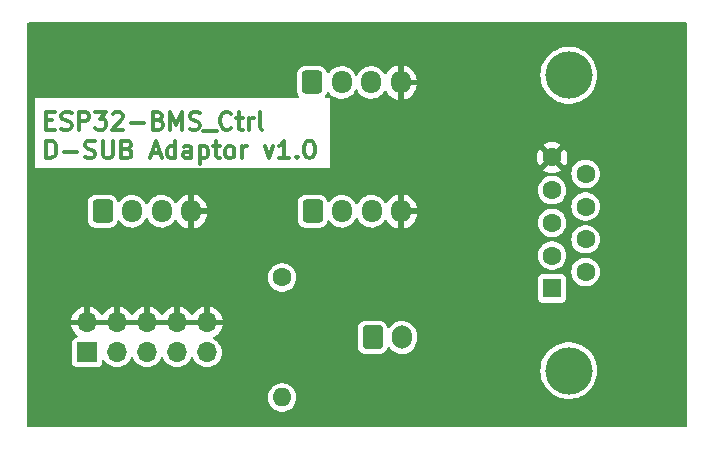
<source format=gtl>
G04 #@! TF.GenerationSoftware,KiCad,Pcbnew,7.0.1*
G04 #@! TF.CreationDate,2023-03-23T13:10:05+01:00*
G04 #@! TF.ProjectId,BMS_Ctrl_DE-9_Adaptor,424d535f-4374-4726-9c5f-44452d395f41,rev?*
G04 #@! TF.SameCoordinates,Original*
G04 #@! TF.FileFunction,Copper,L1,Top*
G04 #@! TF.FilePolarity,Positive*
%FSLAX46Y46*%
G04 Gerber Fmt 4.6, Leading zero omitted, Abs format (unit mm)*
G04 Created by KiCad (PCBNEW 7.0.1) date 2023-03-23 13:10:05*
%MOMM*%
%LPD*%
G01*
G04 APERTURE LIST*
G04 Aperture macros list*
%AMRoundRect*
0 Rectangle with rounded corners*
0 $1 Rounding radius*
0 $2 $3 $4 $5 $6 $7 $8 $9 X,Y pos of 4 corners*
0 Add a 4 corners polygon primitive as box body*
4,1,4,$2,$3,$4,$5,$6,$7,$8,$9,$2,$3,0*
0 Add four circle primitives for the rounded corners*
1,1,$1+$1,$2,$3*
1,1,$1+$1,$4,$5*
1,1,$1+$1,$6,$7*
1,1,$1+$1,$8,$9*
0 Add four rect primitives between the rounded corners*
20,1,$1+$1,$2,$3,$4,$5,0*
20,1,$1+$1,$4,$5,$6,$7,0*
20,1,$1+$1,$6,$7,$8,$9,0*
20,1,$1+$1,$8,$9,$2,$3,0*%
G04 Aperture macros list end*
%ADD10C,0.300000*%
G04 #@! TA.AperFunction,NonConductor*
%ADD11C,0.300000*%
G04 #@! TD*
G04 #@! TA.AperFunction,ComponentPad*
%ADD12C,4.000000*%
G04 #@! TD*
G04 #@! TA.AperFunction,ComponentPad*
%ADD13R,1.600000X1.600000*%
G04 #@! TD*
G04 #@! TA.AperFunction,ComponentPad*
%ADD14C,1.600000*%
G04 #@! TD*
G04 #@! TA.AperFunction,ComponentPad*
%ADD15RoundRect,0.250000X-0.600000X-0.725000X0.600000X-0.725000X0.600000X0.725000X-0.600000X0.725000X0*%
G04 #@! TD*
G04 #@! TA.AperFunction,ComponentPad*
%ADD16O,1.700000X1.950000*%
G04 #@! TD*
G04 #@! TA.AperFunction,ComponentPad*
%ADD17O,1.600000X1.600000*%
G04 #@! TD*
G04 #@! TA.AperFunction,ComponentPad*
%ADD18R,1.700000X1.700000*%
G04 #@! TD*
G04 #@! TA.AperFunction,ComponentPad*
%ADD19O,1.700000X1.700000*%
G04 #@! TD*
G04 #@! TA.AperFunction,ComponentPad*
%ADD20RoundRect,0.250000X-0.600000X-0.750000X0.600000X-0.750000X0.600000X0.750000X-0.600000X0.750000X0*%
G04 #@! TD*
G04 #@! TA.AperFunction,ComponentPad*
%ADD21O,1.700000X2.000000*%
G04 #@! TD*
G04 APERTURE END LIST*
D10*
D11*
X112117142Y-76864714D02*
X112617142Y-76864714D01*
X112831428Y-77650428D02*
X112117142Y-77650428D01*
X112117142Y-77650428D02*
X112117142Y-76150428D01*
X112117142Y-76150428D02*
X112831428Y-76150428D01*
X113402857Y-77579000D02*
X113617143Y-77650428D01*
X113617143Y-77650428D02*
X113974285Y-77650428D01*
X113974285Y-77650428D02*
X114117143Y-77579000D01*
X114117143Y-77579000D02*
X114188571Y-77507571D01*
X114188571Y-77507571D02*
X114260000Y-77364714D01*
X114260000Y-77364714D02*
X114260000Y-77221857D01*
X114260000Y-77221857D02*
X114188571Y-77079000D01*
X114188571Y-77079000D02*
X114117143Y-77007571D01*
X114117143Y-77007571D02*
X113974285Y-76936142D01*
X113974285Y-76936142D02*
X113688571Y-76864714D01*
X113688571Y-76864714D02*
X113545714Y-76793285D01*
X113545714Y-76793285D02*
X113474285Y-76721857D01*
X113474285Y-76721857D02*
X113402857Y-76579000D01*
X113402857Y-76579000D02*
X113402857Y-76436142D01*
X113402857Y-76436142D02*
X113474285Y-76293285D01*
X113474285Y-76293285D02*
X113545714Y-76221857D01*
X113545714Y-76221857D02*
X113688571Y-76150428D01*
X113688571Y-76150428D02*
X114045714Y-76150428D01*
X114045714Y-76150428D02*
X114260000Y-76221857D01*
X114902856Y-77650428D02*
X114902856Y-76150428D01*
X114902856Y-76150428D02*
X115474285Y-76150428D01*
X115474285Y-76150428D02*
X115617142Y-76221857D01*
X115617142Y-76221857D02*
X115688571Y-76293285D01*
X115688571Y-76293285D02*
X115759999Y-76436142D01*
X115759999Y-76436142D02*
X115759999Y-76650428D01*
X115759999Y-76650428D02*
X115688571Y-76793285D01*
X115688571Y-76793285D02*
X115617142Y-76864714D01*
X115617142Y-76864714D02*
X115474285Y-76936142D01*
X115474285Y-76936142D02*
X114902856Y-76936142D01*
X116259999Y-76150428D02*
X117188571Y-76150428D01*
X117188571Y-76150428D02*
X116688571Y-76721857D01*
X116688571Y-76721857D02*
X116902856Y-76721857D01*
X116902856Y-76721857D02*
X117045714Y-76793285D01*
X117045714Y-76793285D02*
X117117142Y-76864714D01*
X117117142Y-76864714D02*
X117188571Y-77007571D01*
X117188571Y-77007571D02*
X117188571Y-77364714D01*
X117188571Y-77364714D02*
X117117142Y-77507571D01*
X117117142Y-77507571D02*
X117045714Y-77579000D01*
X117045714Y-77579000D02*
X116902856Y-77650428D01*
X116902856Y-77650428D02*
X116474285Y-77650428D01*
X116474285Y-77650428D02*
X116331428Y-77579000D01*
X116331428Y-77579000D02*
X116259999Y-77507571D01*
X117759999Y-76293285D02*
X117831427Y-76221857D01*
X117831427Y-76221857D02*
X117974285Y-76150428D01*
X117974285Y-76150428D02*
X118331427Y-76150428D01*
X118331427Y-76150428D02*
X118474285Y-76221857D01*
X118474285Y-76221857D02*
X118545713Y-76293285D01*
X118545713Y-76293285D02*
X118617142Y-76436142D01*
X118617142Y-76436142D02*
X118617142Y-76579000D01*
X118617142Y-76579000D02*
X118545713Y-76793285D01*
X118545713Y-76793285D02*
X117688570Y-77650428D01*
X117688570Y-77650428D02*
X118617142Y-77650428D01*
X119259998Y-77079000D02*
X120402856Y-77079000D01*
X121617141Y-76864714D02*
X121831427Y-76936142D01*
X121831427Y-76936142D02*
X121902856Y-77007571D01*
X121902856Y-77007571D02*
X121974284Y-77150428D01*
X121974284Y-77150428D02*
X121974284Y-77364714D01*
X121974284Y-77364714D02*
X121902856Y-77507571D01*
X121902856Y-77507571D02*
X121831427Y-77579000D01*
X121831427Y-77579000D02*
X121688570Y-77650428D01*
X121688570Y-77650428D02*
X121117141Y-77650428D01*
X121117141Y-77650428D02*
X121117141Y-76150428D01*
X121117141Y-76150428D02*
X121617141Y-76150428D01*
X121617141Y-76150428D02*
X121759999Y-76221857D01*
X121759999Y-76221857D02*
X121831427Y-76293285D01*
X121831427Y-76293285D02*
X121902856Y-76436142D01*
X121902856Y-76436142D02*
X121902856Y-76579000D01*
X121902856Y-76579000D02*
X121831427Y-76721857D01*
X121831427Y-76721857D02*
X121759999Y-76793285D01*
X121759999Y-76793285D02*
X121617141Y-76864714D01*
X121617141Y-76864714D02*
X121117141Y-76864714D01*
X122617141Y-77650428D02*
X122617141Y-76150428D01*
X122617141Y-76150428D02*
X123117141Y-77221857D01*
X123117141Y-77221857D02*
X123617141Y-76150428D01*
X123617141Y-76150428D02*
X123617141Y-77650428D01*
X124259999Y-77579000D02*
X124474285Y-77650428D01*
X124474285Y-77650428D02*
X124831427Y-77650428D01*
X124831427Y-77650428D02*
X124974285Y-77579000D01*
X124974285Y-77579000D02*
X125045713Y-77507571D01*
X125045713Y-77507571D02*
X125117142Y-77364714D01*
X125117142Y-77364714D02*
X125117142Y-77221857D01*
X125117142Y-77221857D02*
X125045713Y-77079000D01*
X125045713Y-77079000D02*
X124974285Y-77007571D01*
X124974285Y-77007571D02*
X124831427Y-76936142D01*
X124831427Y-76936142D02*
X124545713Y-76864714D01*
X124545713Y-76864714D02*
X124402856Y-76793285D01*
X124402856Y-76793285D02*
X124331427Y-76721857D01*
X124331427Y-76721857D02*
X124259999Y-76579000D01*
X124259999Y-76579000D02*
X124259999Y-76436142D01*
X124259999Y-76436142D02*
X124331427Y-76293285D01*
X124331427Y-76293285D02*
X124402856Y-76221857D01*
X124402856Y-76221857D02*
X124545713Y-76150428D01*
X124545713Y-76150428D02*
X124902856Y-76150428D01*
X124902856Y-76150428D02*
X125117142Y-76221857D01*
X125402856Y-77793285D02*
X126545713Y-77793285D01*
X127759998Y-77507571D02*
X127688570Y-77579000D01*
X127688570Y-77579000D02*
X127474284Y-77650428D01*
X127474284Y-77650428D02*
X127331427Y-77650428D01*
X127331427Y-77650428D02*
X127117141Y-77579000D01*
X127117141Y-77579000D02*
X126974284Y-77436142D01*
X126974284Y-77436142D02*
X126902855Y-77293285D01*
X126902855Y-77293285D02*
X126831427Y-77007571D01*
X126831427Y-77007571D02*
X126831427Y-76793285D01*
X126831427Y-76793285D02*
X126902855Y-76507571D01*
X126902855Y-76507571D02*
X126974284Y-76364714D01*
X126974284Y-76364714D02*
X127117141Y-76221857D01*
X127117141Y-76221857D02*
X127331427Y-76150428D01*
X127331427Y-76150428D02*
X127474284Y-76150428D01*
X127474284Y-76150428D02*
X127688570Y-76221857D01*
X127688570Y-76221857D02*
X127759998Y-76293285D01*
X128188570Y-76650428D02*
X128759998Y-76650428D01*
X128402855Y-76150428D02*
X128402855Y-77436142D01*
X128402855Y-77436142D02*
X128474284Y-77579000D01*
X128474284Y-77579000D02*
X128617141Y-77650428D01*
X128617141Y-77650428D02*
X128759998Y-77650428D01*
X129259998Y-77650428D02*
X129259998Y-76650428D01*
X129259998Y-76936142D02*
X129331427Y-76793285D01*
X129331427Y-76793285D02*
X129402856Y-76721857D01*
X129402856Y-76721857D02*
X129545713Y-76650428D01*
X129545713Y-76650428D02*
X129688570Y-76650428D01*
X130402855Y-77650428D02*
X130259998Y-77579000D01*
X130259998Y-77579000D02*
X130188569Y-77436142D01*
X130188569Y-77436142D02*
X130188569Y-76150428D01*
X112117142Y-80080428D02*
X112117142Y-78580428D01*
X112117142Y-78580428D02*
X112474285Y-78580428D01*
X112474285Y-78580428D02*
X112688571Y-78651857D01*
X112688571Y-78651857D02*
X112831428Y-78794714D01*
X112831428Y-78794714D02*
X112902857Y-78937571D01*
X112902857Y-78937571D02*
X112974285Y-79223285D01*
X112974285Y-79223285D02*
X112974285Y-79437571D01*
X112974285Y-79437571D02*
X112902857Y-79723285D01*
X112902857Y-79723285D02*
X112831428Y-79866142D01*
X112831428Y-79866142D02*
X112688571Y-80009000D01*
X112688571Y-80009000D02*
X112474285Y-80080428D01*
X112474285Y-80080428D02*
X112117142Y-80080428D01*
X113617142Y-79509000D02*
X114760000Y-79509000D01*
X115402857Y-80009000D02*
X115617143Y-80080428D01*
X115617143Y-80080428D02*
X115974285Y-80080428D01*
X115974285Y-80080428D02*
X116117143Y-80009000D01*
X116117143Y-80009000D02*
X116188571Y-79937571D01*
X116188571Y-79937571D02*
X116260000Y-79794714D01*
X116260000Y-79794714D02*
X116260000Y-79651857D01*
X116260000Y-79651857D02*
X116188571Y-79509000D01*
X116188571Y-79509000D02*
X116117143Y-79437571D01*
X116117143Y-79437571D02*
X115974285Y-79366142D01*
X115974285Y-79366142D02*
X115688571Y-79294714D01*
X115688571Y-79294714D02*
X115545714Y-79223285D01*
X115545714Y-79223285D02*
X115474285Y-79151857D01*
X115474285Y-79151857D02*
X115402857Y-79009000D01*
X115402857Y-79009000D02*
X115402857Y-78866142D01*
X115402857Y-78866142D02*
X115474285Y-78723285D01*
X115474285Y-78723285D02*
X115545714Y-78651857D01*
X115545714Y-78651857D02*
X115688571Y-78580428D01*
X115688571Y-78580428D02*
X116045714Y-78580428D01*
X116045714Y-78580428D02*
X116260000Y-78651857D01*
X116902856Y-78580428D02*
X116902856Y-79794714D01*
X116902856Y-79794714D02*
X116974285Y-79937571D01*
X116974285Y-79937571D02*
X117045714Y-80009000D01*
X117045714Y-80009000D02*
X117188571Y-80080428D01*
X117188571Y-80080428D02*
X117474285Y-80080428D01*
X117474285Y-80080428D02*
X117617142Y-80009000D01*
X117617142Y-80009000D02*
X117688571Y-79937571D01*
X117688571Y-79937571D02*
X117759999Y-79794714D01*
X117759999Y-79794714D02*
X117759999Y-78580428D01*
X118974285Y-79294714D02*
X119188571Y-79366142D01*
X119188571Y-79366142D02*
X119260000Y-79437571D01*
X119260000Y-79437571D02*
X119331428Y-79580428D01*
X119331428Y-79580428D02*
X119331428Y-79794714D01*
X119331428Y-79794714D02*
X119260000Y-79937571D01*
X119260000Y-79937571D02*
X119188571Y-80009000D01*
X119188571Y-80009000D02*
X119045714Y-80080428D01*
X119045714Y-80080428D02*
X118474285Y-80080428D01*
X118474285Y-80080428D02*
X118474285Y-78580428D01*
X118474285Y-78580428D02*
X118974285Y-78580428D01*
X118974285Y-78580428D02*
X119117143Y-78651857D01*
X119117143Y-78651857D02*
X119188571Y-78723285D01*
X119188571Y-78723285D02*
X119260000Y-78866142D01*
X119260000Y-78866142D02*
X119260000Y-79009000D01*
X119260000Y-79009000D02*
X119188571Y-79151857D01*
X119188571Y-79151857D02*
X119117143Y-79223285D01*
X119117143Y-79223285D02*
X118974285Y-79294714D01*
X118974285Y-79294714D02*
X118474285Y-79294714D01*
X121045714Y-79651857D02*
X121760000Y-79651857D01*
X120902857Y-80080428D02*
X121402857Y-78580428D01*
X121402857Y-78580428D02*
X121902857Y-80080428D01*
X123045714Y-80080428D02*
X123045714Y-78580428D01*
X123045714Y-80009000D02*
X122902856Y-80080428D01*
X122902856Y-80080428D02*
X122617142Y-80080428D01*
X122617142Y-80080428D02*
X122474285Y-80009000D01*
X122474285Y-80009000D02*
X122402856Y-79937571D01*
X122402856Y-79937571D02*
X122331428Y-79794714D01*
X122331428Y-79794714D02*
X122331428Y-79366142D01*
X122331428Y-79366142D02*
X122402856Y-79223285D01*
X122402856Y-79223285D02*
X122474285Y-79151857D01*
X122474285Y-79151857D02*
X122617142Y-79080428D01*
X122617142Y-79080428D02*
X122902856Y-79080428D01*
X122902856Y-79080428D02*
X123045714Y-79151857D01*
X124402857Y-80080428D02*
X124402857Y-79294714D01*
X124402857Y-79294714D02*
X124331428Y-79151857D01*
X124331428Y-79151857D02*
X124188571Y-79080428D01*
X124188571Y-79080428D02*
X123902857Y-79080428D01*
X123902857Y-79080428D02*
X123759999Y-79151857D01*
X124402857Y-80009000D02*
X124259999Y-80080428D01*
X124259999Y-80080428D02*
X123902857Y-80080428D01*
X123902857Y-80080428D02*
X123759999Y-80009000D01*
X123759999Y-80009000D02*
X123688571Y-79866142D01*
X123688571Y-79866142D02*
X123688571Y-79723285D01*
X123688571Y-79723285D02*
X123759999Y-79580428D01*
X123759999Y-79580428D02*
X123902857Y-79509000D01*
X123902857Y-79509000D02*
X124259999Y-79509000D01*
X124259999Y-79509000D02*
X124402857Y-79437571D01*
X125117142Y-79080428D02*
X125117142Y-80580428D01*
X125117142Y-79151857D02*
X125260000Y-79080428D01*
X125260000Y-79080428D02*
X125545714Y-79080428D01*
X125545714Y-79080428D02*
X125688571Y-79151857D01*
X125688571Y-79151857D02*
X125760000Y-79223285D01*
X125760000Y-79223285D02*
X125831428Y-79366142D01*
X125831428Y-79366142D02*
X125831428Y-79794714D01*
X125831428Y-79794714D02*
X125760000Y-79937571D01*
X125760000Y-79937571D02*
X125688571Y-80009000D01*
X125688571Y-80009000D02*
X125545714Y-80080428D01*
X125545714Y-80080428D02*
X125260000Y-80080428D01*
X125260000Y-80080428D02*
X125117142Y-80009000D01*
X126260000Y-79080428D02*
X126831428Y-79080428D01*
X126474285Y-78580428D02*
X126474285Y-79866142D01*
X126474285Y-79866142D02*
X126545714Y-80009000D01*
X126545714Y-80009000D02*
X126688571Y-80080428D01*
X126688571Y-80080428D02*
X126831428Y-80080428D01*
X127545714Y-80080428D02*
X127402857Y-80009000D01*
X127402857Y-80009000D02*
X127331428Y-79937571D01*
X127331428Y-79937571D02*
X127260000Y-79794714D01*
X127260000Y-79794714D02*
X127260000Y-79366142D01*
X127260000Y-79366142D02*
X127331428Y-79223285D01*
X127331428Y-79223285D02*
X127402857Y-79151857D01*
X127402857Y-79151857D02*
X127545714Y-79080428D01*
X127545714Y-79080428D02*
X127760000Y-79080428D01*
X127760000Y-79080428D02*
X127902857Y-79151857D01*
X127902857Y-79151857D02*
X127974286Y-79223285D01*
X127974286Y-79223285D02*
X128045714Y-79366142D01*
X128045714Y-79366142D02*
X128045714Y-79794714D01*
X128045714Y-79794714D02*
X127974286Y-79937571D01*
X127974286Y-79937571D02*
X127902857Y-80009000D01*
X127902857Y-80009000D02*
X127760000Y-80080428D01*
X127760000Y-80080428D02*
X127545714Y-80080428D01*
X128688571Y-80080428D02*
X128688571Y-79080428D01*
X128688571Y-79366142D02*
X128760000Y-79223285D01*
X128760000Y-79223285D02*
X128831429Y-79151857D01*
X128831429Y-79151857D02*
X128974286Y-79080428D01*
X128974286Y-79080428D02*
X129117143Y-79080428D01*
X130617142Y-79080428D02*
X130974285Y-80080428D01*
X130974285Y-80080428D02*
X131331428Y-79080428D01*
X132688571Y-80080428D02*
X131831428Y-80080428D01*
X132259999Y-80080428D02*
X132259999Y-78580428D01*
X132259999Y-78580428D02*
X132117142Y-78794714D01*
X132117142Y-78794714D02*
X131974285Y-78937571D01*
X131974285Y-78937571D02*
X131831428Y-79009000D01*
X133331427Y-79937571D02*
X133402856Y-80009000D01*
X133402856Y-80009000D02*
X133331427Y-80080428D01*
X133331427Y-80080428D02*
X133259999Y-80009000D01*
X133259999Y-80009000D02*
X133331427Y-79937571D01*
X133331427Y-79937571D02*
X133331427Y-80080428D01*
X134331428Y-78580428D02*
X134474285Y-78580428D01*
X134474285Y-78580428D02*
X134617142Y-78651857D01*
X134617142Y-78651857D02*
X134688571Y-78723285D01*
X134688571Y-78723285D02*
X134759999Y-78866142D01*
X134759999Y-78866142D02*
X134831428Y-79151857D01*
X134831428Y-79151857D02*
X134831428Y-79509000D01*
X134831428Y-79509000D02*
X134759999Y-79794714D01*
X134759999Y-79794714D02*
X134688571Y-79937571D01*
X134688571Y-79937571D02*
X134617142Y-80009000D01*
X134617142Y-80009000D02*
X134474285Y-80080428D01*
X134474285Y-80080428D02*
X134331428Y-80080428D01*
X134331428Y-80080428D02*
X134188571Y-80009000D01*
X134188571Y-80009000D02*
X134117142Y-79937571D01*
X134117142Y-79937571D02*
X134045713Y-79794714D01*
X134045713Y-79794714D02*
X133974285Y-79509000D01*
X133974285Y-79509000D02*
X133974285Y-79151857D01*
X133974285Y-79151857D02*
X134045713Y-78866142D01*
X134045713Y-78866142D02*
X134117142Y-78723285D01*
X134117142Y-78723285D02*
X134188571Y-78651857D01*
X134188571Y-78651857D02*
X134331428Y-78580428D01*
D12*
X156360000Y-98050000D03*
X156360000Y-73050000D03*
D13*
X154940000Y-91090000D03*
D14*
X154940000Y-88320000D03*
X154940000Y-85550000D03*
X154940000Y-82780000D03*
X154940000Y-80010000D03*
X157780000Y-89705000D03*
X157780000Y-86935000D03*
X157780000Y-84165000D03*
X157780000Y-81395000D03*
D15*
X134660000Y-84565000D03*
D16*
X137160000Y-84565000D03*
X139660000Y-84565000D03*
X142160000Y-84565000D03*
D15*
X116880000Y-84565000D03*
D16*
X119380000Y-84565000D03*
X121880000Y-84565000D03*
X124380000Y-84565000D03*
D15*
X134620000Y-73660000D03*
D16*
X137120000Y-73660000D03*
X139620000Y-73660000D03*
X142120000Y-73660000D03*
D14*
X132080000Y-90170000D03*
D17*
X132080000Y-100330000D03*
D18*
X115570000Y-96520000D03*
D19*
X115570000Y-93980000D03*
X118110000Y-96520000D03*
X118110000Y-93980000D03*
X120650000Y-96520000D03*
X120650000Y-93980000D03*
X123190000Y-96520000D03*
X123190000Y-93980000D03*
X125730000Y-96520000D03*
X125730000Y-93980000D03*
D20*
X139740000Y-95250000D03*
D21*
X142240000Y-95250000D03*
G04 #@! TA.AperFunction,Conductor*
G36*
X166307500Y-68597113D02*
G01*
X166352887Y-68642500D01*
X166369500Y-68704500D01*
X166369500Y-102745500D01*
X166352887Y-102807500D01*
X166307500Y-102852887D01*
X166245500Y-102869500D01*
X110614500Y-102869500D01*
X110552500Y-102852887D01*
X110507113Y-102807500D01*
X110490500Y-102745500D01*
X110490500Y-100330000D01*
X130874357Y-100330000D01*
X130894885Y-100551537D01*
X130955769Y-100765526D01*
X131054941Y-100964688D01*
X131189019Y-101142237D01*
X131353437Y-101292124D01*
X131542595Y-101409245D01*
X131542597Y-101409245D01*
X131542599Y-101409247D01*
X131750060Y-101489618D01*
X131968757Y-101530500D01*
X132191241Y-101530500D01*
X132191243Y-101530500D01*
X132409940Y-101489618D01*
X132617401Y-101409247D01*
X132806562Y-101292124D01*
X132970981Y-101142236D01*
X133105058Y-100964689D01*
X133204229Y-100765528D01*
X133265115Y-100551536D01*
X133285643Y-100330000D01*
X133265115Y-100108464D01*
X133242227Y-100028021D01*
X133204230Y-99894473D01*
X133105058Y-99695311D01*
X132970980Y-99517762D01*
X132806562Y-99367875D01*
X132617404Y-99250754D01*
X132556174Y-99227033D01*
X132409940Y-99170382D01*
X132191243Y-99129500D01*
X131968757Y-99129500D01*
X131750060Y-99170381D01*
X131750060Y-99170382D01*
X131542595Y-99250754D01*
X131353437Y-99367875D01*
X131189019Y-99517762D01*
X131054941Y-99695311D01*
X130955769Y-99894473D01*
X130894885Y-100108462D01*
X130874357Y-100330000D01*
X110490500Y-100330000D01*
X110490500Y-98050000D01*
X153954753Y-98050000D01*
X153973719Y-98351452D01*
X154030319Y-98648163D01*
X154123658Y-98935428D01*
X154252268Y-99208739D01*
X154353260Y-99367876D01*
X154414115Y-99463768D01*
X154566449Y-99647909D01*
X154606650Y-99696503D01*
X154826839Y-99903276D01*
X155071204Y-100080816D01*
X155121496Y-100108464D01*
X155335896Y-100226332D01*
X155476316Y-100281928D01*
X155616737Y-100337525D01*
X155771141Y-100377168D01*
X155909302Y-100412642D01*
X156158314Y-100444100D01*
X156208972Y-100450500D01*
X156208973Y-100450500D01*
X156511027Y-100450500D01*
X156511028Y-100450500D01*
X156554360Y-100445025D01*
X156810698Y-100412642D01*
X157103262Y-100337525D01*
X157384104Y-100226332D01*
X157648795Y-100080816D01*
X157648794Y-100080816D01*
X157893160Y-99903276D01*
X157917079Y-99880814D01*
X158113349Y-99696504D01*
X158305885Y-99463768D01*
X158467733Y-99208736D01*
X158596341Y-98935430D01*
X158689681Y-98648160D01*
X158746280Y-98351457D01*
X158765246Y-98050000D01*
X158746280Y-97748543D01*
X158689681Y-97451840D01*
X158673331Y-97401521D01*
X158624704Y-97251862D01*
X158596341Y-97164570D01*
X158467733Y-96891264D01*
X158467732Y-96891263D01*
X158467731Y-96891260D01*
X158370452Y-96737974D01*
X158305885Y-96636232D01*
X158113349Y-96403496D01*
X158111612Y-96401865D01*
X157893160Y-96196723D01*
X157648795Y-96019183D01*
X157384102Y-95873667D01*
X157103262Y-95762474D01*
X156810700Y-95687358D01*
X156511028Y-95649500D01*
X156511027Y-95649500D01*
X156208973Y-95649500D01*
X156208972Y-95649500D01*
X155909299Y-95687358D01*
X155616737Y-95762474D01*
X155335897Y-95873667D01*
X155071204Y-96019183D01*
X154826839Y-96196723D01*
X154606650Y-96403496D01*
X154414114Y-96636233D01*
X154252268Y-96891260D01*
X154123658Y-97164571D01*
X154030319Y-97451836D01*
X153973719Y-97748547D01*
X153954753Y-98050000D01*
X110490500Y-98050000D01*
X110490500Y-94230000D01*
X114239364Y-94230000D01*
X114296569Y-94443492D01*
X114396399Y-94657576D01*
X114531893Y-94851081D01*
X114698922Y-95018110D01*
X114738384Y-95045742D01*
X114776948Y-95089485D01*
X114791253Y-95146018D01*
X114778135Y-95202839D01*
X114740495Y-95247379D01*
X114686657Y-95269789D01*
X114594697Y-95284353D01*
X114481657Y-95341949D01*
X114391950Y-95431656D01*
X114334353Y-95544697D01*
X114319500Y-95638478D01*
X114319500Y-97401514D01*
X114319501Y-97401518D01*
X114334354Y-97495304D01*
X114334354Y-97495305D01*
X114334355Y-97495306D01*
X114391949Y-97608342D01*
X114481656Y-97698049D01*
X114481658Y-97698050D01*
X114594696Y-97755646D01*
X114688481Y-97770500D01*
X116451518Y-97770499D01*
X116545304Y-97755646D01*
X116658342Y-97698050D01*
X116748050Y-97608342D01*
X116805646Y-97495304D01*
X116820500Y-97401519D01*
X116820499Y-97251858D01*
X116836046Y-97191745D01*
X116878789Y-97146703D01*
X116938009Y-97128031D01*
X116998857Y-97140410D01*
X117046072Y-97180735D01*
X117148402Y-97326877D01*
X117303123Y-97481598D01*
X117482361Y-97607102D01*
X117680670Y-97699575D01*
X117892023Y-97756207D01*
X118110000Y-97775277D01*
X118327977Y-97756207D01*
X118539330Y-97699575D01*
X118737639Y-97607102D01*
X118916877Y-97481598D01*
X119071598Y-97326877D01*
X119197102Y-97147639D01*
X119267617Y-96996417D01*
X119313375Y-96944241D01*
X119380000Y-96924822D01*
X119446625Y-96944241D01*
X119492382Y-96996417D01*
X119562898Y-97147639D01*
X119688402Y-97326877D01*
X119843123Y-97481598D01*
X120022361Y-97607102D01*
X120220670Y-97699575D01*
X120432023Y-97756207D01*
X120650000Y-97775277D01*
X120867977Y-97756207D01*
X121079330Y-97699575D01*
X121277639Y-97607102D01*
X121456877Y-97481598D01*
X121611598Y-97326877D01*
X121737102Y-97147639D01*
X121807617Y-96996417D01*
X121853375Y-96944241D01*
X121920000Y-96924822D01*
X121986625Y-96944241D01*
X122032382Y-96996417D01*
X122102898Y-97147639D01*
X122228402Y-97326877D01*
X122383123Y-97481598D01*
X122562361Y-97607102D01*
X122760670Y-97699575D01*
X122972023Y-97756207D01*
X123190000Y-97775277D01*
X123407977Y-97756207D01*
X123619330Y-97699575D01*
X123817639Y-97607102D01*
X123996877Y-97481598D01*
X124151598Y-97326877D01*
X124277102Y-97147639D01*
X124347617Y-96996417D01*
X124393375Y-96944241D01*
X124460000Y-96924822D01*
X124526625Y-96944241D01*
X124572382Y-96996417D01*
X124642898Y-97147639D01*
X124768402Y-97326877D01*
X124923123Y-97481598D01*
X125102361Y-97607102D01*
X125300670Y-97699575D01*
X125512023Y-97756207D01*
X125730000Y-97775277D01*
X125947977Y-97756207D01*
X126159330Y-97699575D01*
X126357639Y-97607102D01*
X126536877Y-97481598D01*
X126691598Y-97326877D01*
X126817102Y-97147639D01*
X126909575Y-96949330D01*
X126966207Y-96737977D01*
X126985277Y-96520000D01*
X126966207Y-96302023D01*
X126909575Y-96090670D01*
X126897928Y-96065692D01*
X138489500Y-96065692D01*
X138492402Y-96102572D01*
X138538255Y-96260397D01*
X138566117Y-96307509D01*
X138621919Y-96401865D01*
X138738135Y-96518081D01*
X138866682Y-96594103D01*
X138879602Y-96601744D01*
X139037427Y-96647597D01*
X139037431Y-96647598D01*
X139074306Y-96650500D01*
X140405692Y-96650500D01*
X140405694Y-96650500D01*
X140442569Y-96647598D01*
X140600398Y-96601744D01*
X140741865Y-96518081D01*
X140858081Y-96401865D01*
X140941744Y-96260398D01*
X140979009Y-96132131D01*
X141015354Y-96074360D01*
X141076766Y-96044573D01*
X141144637Y-96051797D01*
X141198402Y-96093841D01*
X141204746Y-96102572D01*
X141273152Y-96196726D01*
X141294478Y-96226078D01*
X141457175Y-96381632D01*
X141645032Y-96505635D01*
X141852012Y-96594103D01*
X142071463Y-96644191D01*
X142276998Y-96653421D01*
X142296328Y-96654290D01*
X142296328Y-96654289D01*
X142296330Y-96654290D01*
X142519387Y-96624075D01*
X142733464Y-96554517D01*
X142931681Y-96447852D01*
X143107666Y-96307508D01*
X143255765Y-96137996D01*
X143371215Y-95944764D01*
X143450307Y-95734024D01*
X143490500Y-95512547D01*
X143490500Y-95043845D01*
X143475377Y-94875812D01*
X143415493Y-94658830D01*
X143317829Y-94456027D01*
X143185522Y-94273922D01*
X143022825Y-94118368D01*
X143022822Y-94118366D01*
X143022821Y-94118365D01*
X142834968Y-93994365D01*
X142627987Y-93905896D01*
X142408537Y-93855809D01*
X142183671Y-93845709D01*
X141960611Y-93875925D01*
X141746537Y-93945482D01*
X141678826Y-93981919D01*
X141548319Y-94052148D01*
X141548317Y-94052149D01*
X141548318Y-94052149D01*
X141372335Y-94192490D01*
X141224233Y-94362006D01*
X141204162Y-94395599D01*
X141164438Y-94436516D01*
X141110602Y-94455327D01*
X141054040Y-94448052D01*
X141006716Y-94416230D01*
X140978639Y-94366593D01*
X140941744Y-94239602D01*
X140913882Y-94192490D01*
X140858081Y-94098135D01*
X140741865Y-93981919D01*
X140680253Y-93945482D01*
X140600397Y-93898255D01*
X140442572Y-93852402D01*
X140420444Y-93850660D01*
X140405694Y-93849500D01*
X139074306Y-93849500D01*
X139062014Y-93850467D01*
X139037427Y-93852402D01*
X138879602Y-93898255D01*
X138738134Y-93981919D01*
X138621919Y-94098134D01*
X138538255Y-94239602D01*
X138492402Y-94397427D01*
X138489500Y-94434308D01*
X138489500Y-96065692D01*
X126897928Y-96065692D01*
X126817102Y-95892362D01*
X126691598Y-95713123D01*
X126536877Y-95558402D01*
X126357639Y-95432898D01*
X126324132Y-95417273D01*
X126271958Y-95371516D01*
X126252539Y-95304891D01*
X126271959Y-95238266D01*
X126324135Y-95192509D01*
X126407579Y-95153598D01*
X126601081Y-95018106D01*
X126768106Y-94851081D01*
X126903600Y-94657576D01*
X127003430Y-94443492D01*
X127060636Y-94230000D01*
X114239364Y-94230000D01*
X110490500Y-94230000D01*
X110490500Y-93730000D01*
X114239364Y-93730000D01*
X115320000Y-93730000D01*
X115820000Y-93730000D01*
X117860000Y-93730000D01*
X118360000Y-93730000D01*
X120400000Y-93730000D01*
X120900000Y-93730000D01*
X122940000Y-93730000D01*
X123440000Y-93730000D01*
X125480000Y-93730000D01*
X125480000Y-92649364D01*
X125980000Y-92649364D01*
X125980000Y-93730000D01*
X127060636Y-93730000D01*
X127060635Y-93729999D01*
X127003430Y-93516507D01*
X126903599Y-93302421D01*
X126768109Y-93108921D01*
X126601081Y-92941893D01*
X126407576Y-92806399D01*
X126193492Y-92706569D01*
X125980000Y-92649364D01*
X125480000Y-92649364D01*
X125479999Y-92649364D01*
X125266507Y-92706569D01*
X125052421Y-92806400D01*
X124858921Y-92941890D01*
X124691893Y-93108918D01*
X124561575Y-93295032D01*
X124517257Y-93333897D01*
X124460000Y-93347908D01*
X124402743Y-93333897D01*
X124358425Y-93295032D01*
X124228106Y-93108918D01*
X124061081Y-92941893D01*
X123867576Y-92806399D01*
X123653492Y-92706569D01*
X123440000Y-92649364D01*
X123440000Y-93730000D01*
X122940000Y-93730000D01*
X122940000Y-92649364D01*
X122939999Y-92649364D01*
X122726507Y-92706569D01*
X122512421Y-92806400D01*
X122318921Y-92941890D01*
X122151893Y-93108918D01*
X122021575Y-93295032D01*
X121977257Y-93333897D01*
X121920000Y-93347908D01*
X121862743Y-93333897D01*
X121818425Y-93295032D01*
X121688106Y-93108918D01*
X121521081Y-92941893D01*
X121327576Y-92806399D01*
X121113492Y-92706569D01*
X120900000Y-92649364D01*
X120900000Y-93730000D01*
X120400000Y-93730000D01*
X120400000Y-92649364D01*
X120399999Y-92649364D01*
X120186507Y-92706569D01*
X119972421Y-92806400D01*
X119778921Y-92941890D01*
X119611893Y-93108918D01*
X119481575Y-93295032D01*
X119437257Y-93333897D01*
X119380000Y-93347908D01*
X119322743Y-93333897D01*
X119278425Y-93295032D01*
X119148106Y-93108918D01*
X118981081Y-92941893D01*
X118787576Y-92806399D01*
X118573492Y-92706569D01*
X118360000Y-92649364D01*
X118360000Y-93730000D01*
X117860000Y-93730000D01*
X117860000Y-92649364D01*
X117859999Y-92649364D01*
X117646507Y-92706569D01*
X117432421Y-92806400D01*
X117238921Y-92941890D01*
X117071893Y-93108918D01*
X116941575Y-93295032D01*
X116897257Y-93333897D01*
X116840000Y-93347908D01*
X116782743Y-93333897D01*
X116738425Y-93295032D01*
X116608106Y-93108918D01*
X116441081Y-92941893D01*
X116247576Y-92806399D01*
X116033492Y-92706569D01*
X115820000Y-92649364D01*
X115820000Y-93730000D01*
X115320000Y-93730000D01*
X115320000Y-92649364D01*
X115319999Y-92649364D01*
X115106507Y-92706569D01*
X114892421Y-92806400D01*
X114698921Y-92941890D01*
X114531890Y-93108921D01*
X114396400Y-93302421D01*
X114296569Y-93516507D01*
X114239364Y-93729999D01*
X114239364Y-93730000D01*
X110490500Y-93730000D01*
X110490500Y-91921514D01*
X153739500Y-91921514D01*
X153739501Y-91921518D01*
X153754354Y-92015304D01*
X153754354Y-92015305D01*
X153754355Y-92015306D01*
X153811949Y-92128342D01*
X153901656Y-92218049D01*
X153901658Y-92218050D01*
X154014696Y-92275646D01*
X154108481Y-92290500D01*
X155771518Y-92290499D01*
X155865304Y-92275646D01*
X155978342Y-92218050D01*
X156068050Y-92128342D01*
X156125646Y-92015304D01*
X156140500Y-91921519D01*
X156140499Y-90258482D01*
X156125646Y-90164696D01*
X156097965Y-90110370D01*
X156068050Y-90051657D01*
X155978343Y-89961950D01*
X155865302Y-89904353D01*
X155771521Y-89889500D01*
X154108485Y-89889500D01*
X154061589Y-89896927D01*
X154014696Y-89904354D01*
X154014694Y-89904354D01*
X154014693Y-89904355D01*
X153901657Y-89961949D01*
X153811950Y-90051656D01*
X153754353Y-90164697D01*
X153739500Y-90258478D01*
X153739500Y-91921514D01*
X110490500Y-91921514D01*
X110490500Y-90169999D01*
X130874357Y-90169999D01*
X130894885Y-90391537D01*
X130955769Y-90605526D01*
X131054941Y-90804688D01*
X131189019Y-90982237D01*
X131353437Y-91132124D01*
X131542595Y-91249245D01*
X131542597Y-91249245D01*
X131542599Y-91249247D01*
X131750060Y-91329618D01*
X131968757Y-91370500D01*
X132191241Y-91370500D01*
X132191243Y-91370500D01*
X132409940Y-91329618D01*
X132617401Y-91249247D01*
X132806562Y-91132124D01*
X132970981Y-90982236D01*
X133105058Y-90804689D01*
X133204229Y-90605528D01*
X133265115Y-90391536D01*
X133285643Y-90170000D01*
X133265115Y-89948464D01*
X133242227Y-89868021D01*
X133204230Y-89734473D01*
X133189554Y-89704999D01*
X156574357Y-89704999D01*
X156594885Y-89926537D01*
X156655769Y-90140526D01*
X156754941Y-90339688D01*
X156889019Y-90517237D01*
X157053437Y-90667124D01*
X157242595Y-90784245D01*
X157242597Y-90784245D01*
X157242599Y-90784247D01*
X157450060Y-90864618D01*
X157668757Y-90905500D01*
X157891241Y-90905500D01*
X157891243Y-90905500D01*
X158109940Y-90864618D01*
X158317401Y-90784247D01*
X158506562Y-90667124D01*
X158506562Y-90667123D01*
X158670980Y-90517237D01*
X158765904Y-90391537D01*
X158805058Y-90339689D01*
X158904229Y-90140528D01*
X158965115Y-89926536D01*
X158985643Y-89705000D01*
X158965115Y-89483464D01*
X158907829Y-89282124D01*
X158904230Y-89269473D01*
X158805058Y-89070311D01*
X158670980Y-88892762D01*
X158506562Y-88742875D01*
X158317404Y-88625754D01*
X158256174Y-88602033D01*
X158109940Y-88545382D01*
X157891243Y-88504500D01*
X157668757Y-88504500D01*
X157470634Y-88541536D01*
X157450060Y-88545382D01*
X157242595Y-88625754D01*
X157053437Y-88742875D01*
X156889019Y-88892762D01*
X156754941Y-89070311D01*
X156655769Y-89269473D01*
X156594885Y-89483462D01*
X156574357Y-89704999D01*
X133189554Y-89704999D01*
X133105058Y-89535311D01*
X132970980Y-89357762D01*
X132806562Y-89207875D01*
X132617404Y-89090754D01*
X132556174Y-89067033D01*
X132409940Y-89010382D01*
X132191243Y-88969500D01*
X131968757Y-88969500D01*
X131750060Y-89010381D01*
X131750060Y-89010382D01*
X131542595Y-89090754D01*
X131353437Y-89207875D01*
X131189019Y-89357762D01*
X131054941Y-89535311D01*
X130955769Y-89734473D01*
X130894885Y-89948462D01*
X130874357Y-90169999D01*
X110490500Y-90169999D01*
X110490500Y-88319999D01*
X153734357Y-88319999D01*
X153754885Y-88541537D01*
X153815769Y-88755526D01*
X153914941Y-88954688D01*
X154049019Y-89132237D01*
X154213437Y-89282124D01*
X154402595Y-89399245D01*
X154402597Y-89399245D01*
X154402599Y-89399247D01*
X154610060Y-89479618D01*
X154828757Y-89520500D01*
X155051241Y-89520500D01*
X155051243Y-89520500D01*
X155269940Y-89479618D01*
X155477401Y-89399247D01*
X155666562Y-89282124D01*
X155830981Y-89132236D01*
X155965058Y-88954689D01*
X156064229Y-88755528D01*
X156125115Y-88541536D01*
X156145643Y-88320000D01*
X156125115Y-88098464D01*
X156067829Y-87897124D01*
X156064230Y-87884473D01*
X155965058Y-87685311D01*
X155830980Y-87507762D01*
X155666562Y-87357875D01*
X155477404Y-87240754D01*
X155416174Y-87217033D01*
X155269940Y-87160382D01*
X155051243Y-87119500D01*
X154828757Y-87119500D01*
X154630634Y-87156536D01*
X154610060Y-87160382D01*
X154402595Y-87240754D01*
X154213437Y-87357875D01*
X154049019Y-87507762D01*
X153914941Y-87685311D01*
X153815769Y-87884473D01*
X153754885Y-88098462D01*
X153734357Y-88319999D01*
X110490500Y-88319999D01*
X110490500Y-86935000D01*
X156574357Y-86935000D01*
X156594885Y-87156537D01*
X156655769Y-87370526D01*
X156754941Y-87569688D01*
X156889019Y-87747237D01*
X157053437Y-87897124D01*
X157242595Y-88014245D01*
X157242597Y-88014245D01*
X157242599Y-88014247D01*
X157450060Y-88094618D01*
X157668757Y-88135500D01*
X157891241Y-88135500D01*
X157891243Y-88135500D01*
X158109940Y-88094618D01*
X158317401Y-88014247D01*
X158506562Y-87897124D01*
X158670981Y-87747236D01*
X158805058Y-87569689D01*
X158904229Y-87370528D01*
X158965115Y-87156536D01*
X158985643Y-86935000D01*
X158965115Y-86713464D01*
X158907829Y-86512124D01*
X158904230Y-86499473D01*
X158805058Y-86300311D01*
X158670980Y-86122762D01*
X158506562Y-85972875D01*
X158317404Y-85855754D01*
X158256174Y-85832033D01*
X158109940Y-85775382D01*
X157891243Y-85734500D01*
X157668757Y-85734500D01*
X157470634Y-85771536D01*
X157450060Y-85775382D01*
X157242595Y-85855754D01*
X157053437Y-85972875D01*
X156889019Y-86122762D01*
X156754941Y-86300311D01*
X156655769Y-86499473D01*
X156594885Y-86713462D01*
X156574357Y-86935000D01*
X110490500Y-86935000D01*
X110490500Y-85355692D01*
X115629500Y-85355692D01*
X115632402Y-85392572D01*
X115678255Y-85550397D01*
X115706117Y-85597509D01*
X115761919Y-85691865D01*
X115878135Y-85808081D01*
X115958746Y-85855754D01*
X116019602Y-85891744D01*
X116177427Y-85937597D01*
X116177431Y-85937598D01*
X116214306Y-85940500D01*
X117545692Y-85940500D01*
X117545694Y-85940500D01*
X117582569Y-85937598D01*
X117740398Y-85891744D01*
X117881865Y-85808081D01*
X117998081Y-85691865D01*
X118081744Y-85550398D01*
X118119009Y-85422131D01*
X118155354Y-85364360D01*
X118216766Y-85334573D01*
X118284637Y-85341797D01*
X118338402Y-85383841D01*
X118434478Y-85516078D01*
X118597175Y-85671632D01*
X118785032Y-85795635D01*
X118992012Y-85884103D01*
X119211463Y-85934191D01*
X119416998Y-85943421D01*
X119436328Y-85944290D01*
X119436328Y-85944289D01*
X119436330Y-85944290D01*
X119659387Y-85914075D01*
X119873464Y-85844517D01*
X120071681Y-85737852D01*
X120247666Y-85597508D01*
X120395765Y-85427996D01*
X120511215Y-85234764D01*
X120515786Y-85222582D01*
X120547808Y-85175003D01*
X120597817Y-85146921D01*
X120655113Y-85144347D01*
X120707439Y-85167831D01*
X120743600Y-85212349D01*
X120802171Y-85333974D01*
X120934475Y-85516074D01*
X120934478Y-85516078D01*
X121097175Y-85671632D01*
X121285032Y-85795635D01*
X121492012Y-85884103D01*
X121711463Y-85934191D01*
X121916998Y-85943421D01*
X121936328Y-85944290D01*
X121936328Y-85944289D01*
X121936330Y-85944290D01*
X122159387Y-85914075D01*
X122373464Y-85844517D01*
X122571681Y-85737852D01*
X122747666Y-85597508D01*
X122895765Y-85427996D01*
X122966082Y-85310303D01*
X123014110Y-85264526D01*
X123078864Y-85250064D01*
X123141805Y-85271058D01*
X123184912Y-85321497D01*
X123206400Y-85367578D01*
X123341890Y-85561078D01*
X123508918Y-85728106D01*
X123702423Y-85863600D01*
X123916507Y-85963430D01*
X124129999Y-86020635D01*
X124130000Y-86020636D01*
X124130000Y-84815000D01*
X124630000Y-84815000D01*
X124630000Y-86020635D01*
X124843492Y-85963430D01*
X125057578Y-85863599D01*
X125251078Y-85728109D01*
X125418109Y-85561078D01*
X125553599Y-85367578D01*
X125559142Y-85355692D01*
X133409500Y-85355692D01*
X133412402Y-85392572D01*
X133458255Y-85550397D01*
X133486117Y-85597509D01*
X133541919Y-85691865D01*
X133658135Y-85808081D01*
X133738746Y-85855754D01*
X133799602Y-85891744D01*
X133957427Y-85937597D01*
X133957431Y-85937598D01*
X133994306Y-85940500D01*
X135325692Y-85940500D01*
X135325694Y-85940500D01*
X135362569Y-85937598D01*
X135520398Y-85891744D01*
X135661865Y-85808081D01*
X135778081Y-85691865D01*
X135861744Y-85550398D01*
X135899009Y-85422131D01*
X135935354Y-85364360D01*
X135996766Y-85334573D01*
X136064637Y-85341797D01*
X136118402Y-85383841D01*
X136214478Y-85516078D01*
X136377175Y-85671632D01*
X136565032Y-85795635D01*
X136772012Y-85884103D01*
X136991463Y-85934191D01*
X137196998Y-85943421D01*
X137216328Y-85944290D01*
X137216328Y-85944289D01*
X137216330Y-85944290D01*
X137439387Y-85914075D01*
X137653464Y-85844517D01*
X137851681Y-85737852D01*
X138027666Y-85597508D01*
X138175765Y-85427996D01*
X138291215Y-85234764D01*
X138295786Y-85222582D01*
X138327808Y-85175003D01*
X138377817Y-85146921D01*
X138435113Y-85144347D01*
X138487439Y-85167831D01*
X138523600Y-85212349D01*
X138582171Y-85333974D01*
X138714475Y-85516074D01*
X138714478Y-85516078D01*
X138877175Y-85671632D01*
X139065032Y-85795635D01*
X139272012Y-85884103D01*
X139491463Y-85934191D01*
X139696998Y-85943421D01*
X139716328Y-85944290D01*
X139716328Y-85944289D01*
X139716330Y-85944290D01*
X139939387Y-85914075D01*
X140153464Y-85844517D01*
X140351681Y-85737852D01*
X140527666Y-85597508D01*
X140675765Y-85427996D01*
X140746082Y-85310303D01*
X140794110Y-85264526D01*
X140858864Y-85250064D01*
X140921805Y-85271058D01*
X140964912Y-85321497D01*
X140986400Y-85367578D01*
X141121890Y-85561078D01*
X141288918Y-85728106D01*
X141482423Y-85863600D01*
X141696507Y-85963430D01*
X141909999Y-86020635D01*
X141910000Y-86020636D01*
X141910000Y-84815000D01*
X142410000Y-84815000D01*
X142410000Y-86020635D01*
X142623492Y-85963430D01*
X142837578Y-85863599D01*
X143031078Y-85728109D01*
X143198109Y-85561078D01*
X143205867Y-85549999D01*
X153734357Y-85549999D01*
X153754885Y-85771537D01*
X153815769Y-85985526D01*
X153914941Y-86184688D01*
X154049019Y-86362237D01*
X154213437Y-86512124D01*
X154402595Y-86629245D01*
X154402597Y-86629245D01*
X154402599Y-86629247D01*
X154610060Y-86709618D01*
X154828757Y-86750500D01*
X155051241Y-86750500D01*
X155051243Y-86750500D01*
X155269940Y-86709618D01*
X155477401Y-86629247D01*
X155666562Y-86512124D01*
X155830981Y-86362236D01*
X155965058Y-86184689D01*
X156064229Y-85985528D01*
X156070517Y-85963430D01*
X156093087Y-85884103D01*
X156125115Y-85771536D01*
X156145643Y-85550000D01*
X156125115Y-85328464D01*
X156094990Y-85222585D01*
X156064230Y-85114473D01*
X155965058Y-84915311D01*
X155830980Y-84737762D01*
X155666562Y-84587875D01*
X155477404Y-84470754D01*
X155416174Y-84447033D01*
X155269940Y-84390382D01*
X155051243Y-84349500D01*
X154828757Y-84349500D01*
X154630634Y-84386536D01*
X154610060Y-84390382D01*
X154402595Y-84470754D01*
X154213437Y-84587875D01*
X154049019Y-84737762D01*
X153914941Y-84915311D01*
X153815769Y-85114473D01*
X153754885Y-85328462D01*
X153734357Y-85549999D01*
X143205867Y-85549999D01*
X143333599Y-85367578D01*
X143433430Y-85153492D01*
X143494569Y-84925318D01*
X143504221Y-84815000D01*
X142410000Y-84815000D01*
X141910000Y-84815000D01*
X141910000Y-83109364D01*
X142410000Y-83109364D01*
X142410000Y-84315000D01*
X143504222Y-84315000D01*
X143504221Y-84314999D01*
X143494569Y-84204681D01*
X143483937Y-84165000D01*
X156574357Y-84165000D01*
X156594885Y-84386537D01*
X156655769Y-84600526D01*
X156754941Y-84799688D01*
X156889019Y-84977237D01*
X157053437Y-85127124D01*
X157242595Y-85244245D01*
X157242597Y-85244245D01*
X157242599Y-85244247D01*
X157450060Y-85324618D01*
X157668757Y-85365500D01*
X157891241Y-85365500D01*
X157891243Y-85365500D01*
X158109940Y-85324618D01*
X158317401Y-85244247D01*
X158506562Y-85127124D01*
X158670981Y-84977236D01*
X158805058Y-84799689D01*
X158904229Y-84600528D01*
X158965115Y-84386536D01*
X158985643Y-84165000D01*
X158965115Y-83943464D01*
X158923166Y-83796027D01*
X158904230Y-83729473D01*
X158805058Y-83530311D01*
X158670980Y-83352762D01*
X158506562Y-83202875D01*
X158317404Y-83085754D01*
X158256174Y-83062033D01*
X158109940Y-83005382D01*
X157891243Y-82964500D01*
X157668757Y-82964500D01*
X157470634Y-83001536D01*
X157450060Y-83005382D01*
X157242595Y-83085754D01*
X157053437Y-83202875D01*
X156889019Y-83352762D01*
X156754941Y-83530311D01*
X156655769Y-83729473D01*
X156594885Y-83943462D01*
X156574357Y-84165000D01*
X143483937Y-84165000D01*
X143433430Y-83976507D01*
X143333599Y-83762421D01*
X143198109Y-83568921D01*
X143031081Y-83401893D01*
X142837576Y-83266399D01*
X142623492Y-83166569D01*
X142410000Y-83109364D01*
X141910000Y-83109364D01*
X141909999Y-83109364D01*
X141696507Y-83166569D01*
X141482421Y-83266400D01*
X141288921Y-83401890D01*
X141121890Y-83568921D01*
X140986400Y-83762421D01*
X140966732Y-83804600D01*
X140921300Y-83856568D01*
X140855122Y-83876193D01*
X140788705Y-83857394D01*
X140742630Y-83805996D01*
X140737829Y-83796027D01*
X140698666Y-83742124D01*
X140605522Y-83613922D01*
X140442825Y-83458368D01*
X140442822Y-83458366D01*
X140442821Y-83458365D01*
X140254968Y-83334365D01*
X140047987Y-83245896D01*
X139828537Y-83195809D01*
X139603671Y-83185709D01*
X139380611Y-83215925D01*
X139166537Y-83285482D01*
X139098826Y-83321919D01*
X138968319Y-83392148D01*
X138968317Y-83392149D01*
X138968318Y-83392149D01*
X138792335Y-83532490D01*
X138644233Y-83702006D01*
X138528782Y-83895239D01*
X138524211Y-83907420D01*
X138492187Y-83955000D01*
X138442178Y-83983079D01*
X138384883Y-83985651D01*
X138332559Y-83962167D01*
X138296399Y-83917649D01*
X138237829Y-83796027D01*
X138198666Y-83742124D01*
X138105522Y-83613922D01*
X137942825Y-83458368D01*
X137942822Y-83458366D01*
X137942821Y-83458365D01*
X137754968Y-83334365D01*
X137547987Y-83245896D01*
X137328537Y-83195809D01*
X137103671Y-83185709D01*
X136880611Y-83215925D01*
X136666537Y-83285482D01*
X136598826Y-83321919D01*
X136468319Y-83392148D01*
X136468317Y-83392149D01*
X136468318Y-83392149D01*
X136292335Y-83532490D01*
X136144233Y-83702006D01*
X136124162Y-83735599D01*
X136084438Y-83776516D01*
X136030602Y-83795327D01*
X135974040Y-83788052D01*
X135926716Y-83756230D01*
X135898639Y-83706593D01*
X135861744Y-83579602D01*
X135833882Y-83532490D01*
X135778081Y-83438135D01*
X135661865Y-83321919D01*
X135600253Y-83285482D01*
X135520397Y-83238255D01*
X135362572Y-83192402D01*
X135340444Y-83190660D01*
X135325694Y-83189500D01*
X133994306Y-83189500D01*
X133982014Y-83190467D01*
X133957427Y-83192402D01*
X133799602Y-83238255D01*
X133658134Y-83321919D01*
X133541919Y-83438134D01*
X133458255Y-83579602D01*
X133412402Y-83737427D01*
X133409500Y-83774308D01*
X133409500Y-85355692D01*
X125559142Y-85355692D01*
X125653430Y-85153492D01*
X125714569Y-84925318D01*
X125724221Y-84815000D01*
X124630000Y-84815000D01*
X124130000Y-84815000D01*
X124130000Y-83109364D01*
X124630000Y-83109364D01*
X124630000Y-84315000D01*
X125724222Y-84315000D01*
X125724221Y-84314999D01*
X125714569Y-84204681D01*
X125653430Y-83976507D01*
X125553599Y-83762421D01*
X125418109Y-83568921D01*
X125251081Y-83401893D01*
X125057576Y-83266399D01*
X124843492Y-83166569D01*
X124630000Y-83109364D01*
X124130000Y-83109364D01*
X124129999Y-83109364D01*
X123916507Y-83166569D01*
X123702421Y-83266400D01*
X123508921Y-83401890D01*
X123341890Y-83568921D01*
X123206400Y-83762421D01*
X123186732Y-83804600D01*
X123141300Y-83856568D01*
X123075122Y-83876193D01*
X123008705Y-83857394D01*
X122962630Y-83805996D01*
X122957829Y-83796027D01*
X122918666Y-83742124D01*
X122825522Y-83613922D01*
X122662825Y-83458368D01*
X122662822Y-83458366D01*
X122662821Y-83458365D01*
X122474968Y-83334365D01*
X122267987Y-83245896D01*
X122048537Y-83195809D01*
X121823671Y-83185709D01*
X121600611Y-83215925D01*
X121386537Y-83285482D01*
X121318826Y-83321919D01*
X121188319Y-83392148D01*
X121188317Y-83392149D01*
X121188318Y-83392149D01*
X121012335Y-83532490D01*
X120864233Y-83702006D01*
X120748782Y-83895239D01*
X120744211Y-83907420D01*
X120712187Y-83955000D01*
X120662178Y-83983079D01*
X120604883Y-83985651D01*
X120552559Y-83962167D01*
X120516399Y-83917649D01*
X120457829Y-83796027D01*
X120418666Y-83742124D01*
X120325522Y-83613922D01*
X120162825Y-83458368D01*
X120162822Y-83458366D01*
X120162821Y-83458365D01*
X119974968Y-83334365D01*
X119767987Y-83245896D01*
X119548537Y-83195809D01*
X119323671Y-83185709D01*
X119100611Y-83215925D01*
X118886537Y-83285482D01*
X118818826Y-83321919D01*
X118688319Y-83392148D01*
X118688317Y-83392149D01*
X118688318Y-83392149D01*
X118512335Y-83532490D01*
X118364233Y-83702006D01*
X118344162Y-83735599D01*
X118304438Y-83776516D01*
X118250602Y-83795327D01*
X118194040Y-83788052D01*
X118146716Y-83756230D01*
X118118639Y-83706593D01*
X118081744Y-83579602D01*
X118053882Y-83532490D01*
X117998081Y-83438135D01*
X117881865Y-83321919D01*
X117820253Y-83285482D01*
X117740397Y-83238255D01*
X117582572Y-83192402D01*
X117560444Y-83190660D01*
X117545694Y-83189500D01*
X116214306Y-83189500D01*
X116202014Y-83190467D01*
X116177427Y-83192402D01*
X116019602Y-83238255D01*
X115878134Y-83321919D01*
X115761919Y-83438134D01*
X115678255Y-83579602D01*
X115632402Y-83737427D01*
X115629500Y-83774308D01*
X115629500Y-85355692D01*
X110490500Y-85355692D01*
X110490500Y-82780000D01*
X153734357Y-82780000D01*
X153754885Y-83001537D01*
X153815769Y-83215526D01*
X153914941Y-83414688D01*
X154049019Y-83592237D01*
X154213437Y-83742124D01*
X154402595Y-83859245D01*
X154402597Y-83859245D01*
X154402599Y-83859247D01*
X154610060Y-83939618D01*
X154828757Y-83980500D01*
X155051241Y-83980500D01*
X155051243Y-83980500D01*
X155269940Y-83939618D01*
X155477401Y-83859247D01*
X155666562Y-83742124D01*
X155830981Y-83592236D01*
X155965058Y-83414689D01*
X156064229Y-83215528D01*
X156072714Y-83185709D01*
X156101153Y-83085753D01*
X156125115Y-83001536D01*
X156145643Y-82780000D01*
X156125115Y-82558464D01*
X156067829Y-82357124D01*
X156064230Y-82344473D01*
X155965058Y-82145311D01*
X155830980Y-81967762D01*
X155666562Y-81817875D01*
X155477404Y-81700754D01*
X155416174Y-81677033D01*
X155269940Y-81620382D01*
X155051243Y-81579500D01*
X154828757Y-81579500D01*
X154630634Y-81616536D01*
X154610060Y-81620382D01*
X154402595Y-81700754D01*
X154213437Y-81817875D01*
X154049019Y-81967762D01*
X153914941Y-82145311D01*
X153815769Y-82344473D01*
X153754885Y-82558462D01*
X153734357Y-82780000D01*
X110490500Y-82780000D01*
X110490500Y-81394999D01*
X156574357Y-81394999D01*
X156594885Y-81616537D01*
X156655769Y-81830526D01*
X156754941Y-82029688D01*
X156889019Y-82207237D01*
X157053437Y-82357124D01*
X157242595Y-82474245D01*
X157242597Y-82474245D01*
X157242599Y-82474247D01*
X157450060Y-82554618D01*
X157668757Y-82595500D01*
X157891241Y-82595500D01*
X157891243Y-82595500D01*
X158109940Y-82554618D01*
X158317401Y-82474247D01*
X158506562Y-82357124D01*
X158670981Y-82207236D01*
X158805058Y-82029689D01*
X158904229Y-81830528D01*
X158965115Y-81616536D01*
X158985643Y-81395000D01*
X158965115Y-81173464D01*
X158941090Y-81089025D01*
X158904230Y-80959473D01*
X158805058Y-80760311D01*
X158670980Y-80582762D01*
X158506562Y-80432875D01*
X158317404Y-80315754D01*
X158256174Y-80292033D01*
X158109940Y-80235382D01*
X157891243Y-80194500D01*
X157668757Y-80194500D01*
X157450059Y-80235382D01*
X157450060Y-80235382D01*
X157242595Y-80315754D01*
X157053437Y-80432875D01*
X156889019Y-80582762D01*
X156754941Y-80760311D01*
X156655769Y-80959473D01*
X156594885Y-81173462D01*
X156574357Y-81394999D01*
X110490500Y-81394999D01*
X110490500Y-81089026D01*
X154214526Y-81089026D01*
X154287515Y-81140133D01*
X154493673Y-81236266D01*
X154713397Y-81295141D01*
X154940000Y-81314966D01*
X155166602Y-81295141D01*
X155386326Y-81236266D01*
X155592480Y-81140134D01*
X155665472Y-81089025D01*
X154940001Y-80363553D01*
X154940000Y-80363553D01*
X154214526Y-81089025D01*
X154214526Y-81089026D01*
X110490500Y-81089026D01*
X110490500Y-80878786D01*
X111145214Y-80878786D01*
X136181928Y-80878786D01*
X136181928Y-80010000D01*
X153635033Y-80010000D01*
X153654858Y-80236602D01*
X153713733Y-80456326D01*
X153809866Y-80662484D01*
X153860972Y-80735471D01*
X153860974Y-80735472D01*
X154586446Y-80010001D01*
X155293553Y-80010001D01*
X156019025Y-80735472D01*
X156070134Y-80662480D01*
X156166266Y-80456326D01*
X156225141Y-80236602D01*
X156244966Y-80010000D01*
X156225141Y-79783397D01*
X156166266Y-79563673D01*
X156070133Y-79357515D01*
X156019025Y-79284526D01*
X155293553Y-80010000D01*
X155293553Y-80010001D01*
X154586446Y-80010001D01*
X154586446Y-80010000D01*
X153860973Y-79284526D01*
X153860973Y-79284527D01*
X153809865Y-79357516D01*
X153713733Y-79563672D01*
X153654858Y-79783397D01*
X153635033Y-80010000D01*
X136181928Y-80010000D01*
X136181928Y-78930973D01*
X154214526Y-78930973D01*
X154940000Y-79656446D01*
X154940001Y-79656446D01*
X155665472Y-78930974D01*
X155665471Y-78930972D01*
X155592484Y-78879866D01*
X155386326Y-78783733D01*
X155166602Y-78724858D01*
X154940000Y-78705033D01*
X154713397Y-78724858D01*
X154493672Y-78783733D01*
X154287516Y-78879865D01*
X154214527Y-78930973D01*
X154214526Y-78930973D01*
X136181928Y-78930973D01*
X136181928Y-74969214D01*
X135847635Y-74969214D01*
X135785354Y-74952438D01*
X135739925Y-74906651D01*
X135723639Y-74844240D01*
X135740903Y-74782093D01*
X135821744Y-74645398D01*
X135859009Y-74517131D01*
X135895354Y-74459360D01*
X135956766Y-74429573D01*
X136024637Y-74436797D01*
X136078402Y-74478841D01*
X136174478Y-74611078D01*
X136337175Y-74766632D01*
X136525032Y-74890635D01*
X136732012Y-74979103D01*
X136951463Y-75029191D01*
X137156998Y-75038421D01*
X137176328Y-75039290D01*
X137176328Y-75039289D01*
X137176330Y-75039290D01*
X137399387Y-75009075D01*
X137613464Y-74939517D01*
X137811681Y-74832852D01*
X137987666Y-74692508D01*
X138135765Y-74522996D01*
X138251215Y-74329764D01*
X138255786Y-74317582D01*
X138287808Y-74270003D01*
X138337817Y-74241921D01*
X138395113Y-74239347D01*
X138447439Y-74262831D01*
X138483600Y-74307349D01*
X138542171Y-74428974D01*
X138674475Y-74611074D01*
X138674478Y-74611078D01*
X138837175Y-74766632D01*
X139025032Y-74890635D01*
X139232012Y-74979103D01*
X139451463Y-75029191D01*
X139656998Y-75038421D01*
X139676328Y-75039290D01*
X139676328Y-75039289D01*
X139676330Y-75039290D01*
X139899387Y-75009075D01*
X140113464Y-74939517D01*
X140311681Y-74832852D01*
X140487666Y-74692508D01*
X140635765Y-74522996D01*
X140706082Y-74405303D01*
X140754110Y-74359526D01*
X140818864Y-74345064D01*
X140881805Y-74366058D01*
X140924912Y-74416497D01*
X140946400Y-74462578D01*
X141081890Y-74656078D01*
X141248918Y-74823106D01*
X141442423Y-74958600D01*
X141656507Y-75058430D01*
X141869999Y-75115635D01*
X141870000Y-75115636D01*
X141870000Y-73910000D01*
X142370000Y-73910000D01*
X142370000Y-75115635D01*
X142583492Y-75058430D01*
X142797578Y-74958599D01*
X142991078Y-74823109D01*
X143158109Y-74656078D01*
X143293599Y-74462578D01*
X143393430Y-74248492D01*
X143454569Y-74020318D01*
X143464221Y-73910000D01*
X142370000Y-73910000D01*
X141870000Y-73910000D01*
X141870000Y-72204364D01*
X142370000Y-72204364D01*
X142370000Y-73410000D01*
X143464222Y-73410000D01*
X143464221Y-73409999D01*
X143454569Y-73299681D01*
X143393430Y-73071507D01*
X143383401Y-73049999D01*
X153954753Y-73049999D01*
X153973719Y-73351452D01*
X154030319Y-73648163D01*
X154123658Y-73935428D01*
X154252268Y-74208739D01*
X154329075Y-74329766D01*
X154414115Y-74463768D01*
X154564372Y-74645397D01*
X154606650Y-74696503D01*
X154826839Y-74903276D01*
X155071204Y-75080816D01*
X155203550Y-75153574D01*
X155335896Y-75226332D01*
X155476317Y-75281928D01*
X155616737Y-75337525D01*
X155771141Y-75377168D01*
X155909302Y-75412642D01*
X156158314Y-75444100D01*
X156208972Y-75450500D01*
X156208973Y-75450500D01*
X156511027Y-75450500D01*
X156511028Y-75450500D01*
X156554360Y-75445025D01*
X156810698Y-75412642D01*
X157103262Y-75337525D01*
X157384104Y-75226332D01*
X157648795Y-75080816D01*
X157817012Y-74958600D01*
X157893160Y-74903276D01*
X157917079Y-74880814D01*
X158113349Y-74696504D01*
X158305885Y-74463768D01*
X158467733Y-74208736D01*
X158596341Y-73935430D01*
X158689681Y-73648160D01*
X158746280Y-73351457D01*
X158765246Y-73050000D01*
X158746280Y-72748543D01*
X158689681Y-72451840D01*
X158682378Y-72429365D01*
X158596341Y-72164571D01*
X158467731Y-71891260D01*
X158393440Y-71774197D01*
X158305885Y-71636232D01*
X158113349Y-71403496D01*
X157893160Y-71196723D01*
X157648795Y-71019183D01*
X157384102Y-70873667D01*
X157103262Y-70762474D01*
X156810700Y-70687358D01*
X156511028Y-70649500D01*
X156511027Y-70649500D01*
X156208973Y-70649500D01*
X156208972Y-70649500D01*
X155909299Y-70687358D01*
X155616737Y-70762474D01*
X155335897Y-70873667D01*
X155071204Y-71019183D01*
X154826839Y-71196723D01*
X154606650Y-71403496D01*
X154414114Y-71636233D01*
X154252268Y-71891260D01*
X154123658Y-72164571D01*
X154030319Y-72451836D01*
X153973719Y-72748547D01*
X153954753Y-73049999D01*
X143383401Y-73049999D01*
X143293599Y-72857421D01*
X143158109Y-72663921D01*
X142991081Y-72496893D01*
X142797576Y-72361399D01*
X142583492Y-72261569D01*
X142370000Y-72204364D01*
X141870000Y-72204364D01*
X141869999Y-72204364D01*
X141656507Y-72261569D01*
X141442421Y-72361400D01*
X141248921Y-72496890D01*
X141081890Y-72663921D01*
X140946400Y-72857421D01*
X140926732Y-72899600D01*
X140881300Y-72951568D01*
X140815122Y-72971193D01*
X140748705Y-72952394D01*
X140702630Y-72900996D01*
X140697829Y-72891027D01*
X140668915Y-72851230D01*
X140565522Y-72708922D01*
X140402825Y-72553368D01*
X140402822Y-72553366D01*
X140402821Y-72553365D01*
X140214968Y-72429365D01*
X140007987Y-72340896D01*
X139788537Y-72290809D01*
X139563671Y-72280709D01*
X139340611Y-72310925D01*
X139126537Y-72380482D01*
X139058826Y-72416919D01*
X138928319Y-72487148D01*
X138928317Y-72487149D01*
X138928318Y-72487149D01*
X138752335Y-72627490D01*
X138604233Y-72797006D01*
X138488782Y-72990239D01*
X138484211Y-73002420D01*
X138452187Y-73050000D01*
X138402178Y-73078079D01*
X138344883Y-73080651D01*
X138292559Y-73057167D01*
X138256399Y-73012649D01*
X138197829Y-72891027D01*
X138168915Y-72851230D01*
X138065522Y-72708922D01*
X137902825Y-72553368D01*
X137902822Y-72553366D01*
X137902821Y-72553365D01*
X137714968Y-72429365D01*
X137507987Y-72340896D01*
X137288537Y-72290809D01*
X137063671Y-72280709D01*
X136840611Y-72310925D01*
X136626537Y-72380482D01*
X136558826Y-72416919D01*
X136428319Y-72487148D01*
X136428317Y-72487149D01*
X136428318Y-72487149D01*
X136252335Y-72627490D01*
X136104233Y-72797006D01*
X136084162Y-72830599D01*
X136044438Y-72871516D01*
X135990602Y-72890327D01*
X135934040Y-72883052D01*
X135886716Y-72851230D01*
X135858639Y-72801593D01*
X135821744Y-72674602D01*
X135793882Y-72627490D01*
X135738081Y-72533135D01*
X135621865Y-72416919D01*
X135560253Y-72380482D01*
X135480397Y-72333255D01*
X135322572Y-72287402D01*
X135300444Y-72285660D01*
X135285694Y-72284500D01*
X133954306Y-72284500D01*
X133942014Y-72285467D01*
X133917427Y-72287402D01*
X133759602Y-72333255D01*
X133618134Y-72416919D01*
X133501919Y-72533134D01*
X133418255Y-72674602D01*
X133372402Y-72832427D01*
X133369500Y-72869308D01*
X133369500Y-74450692D01*
X133372402Y-74487572D01*
X133418255Y-74645397D01*
X133446117Y-74692509D01*
X133489954Y-74766634D01*
X133499097Y-74782093D01*
X133516361Y-74844240D01*
X133500075Y-74906651D01*
X133454646Y-74952438D01*
X133392365Y-74969214D01*
X111145214Y-74969214D01*
X111145214Y-80878786D01*
X110490500Y-80878786D01*
X110490500Y-68704500D01*
X110507113Y-68642500D01*
X110552500Y-68597113D01*
X110614500Y-68580500D01*
X166245500Y-68580500D01*
X166307500Y-68597113D01*
G37*
G04 #@! TD.AperFunction*
M02*

</source>
